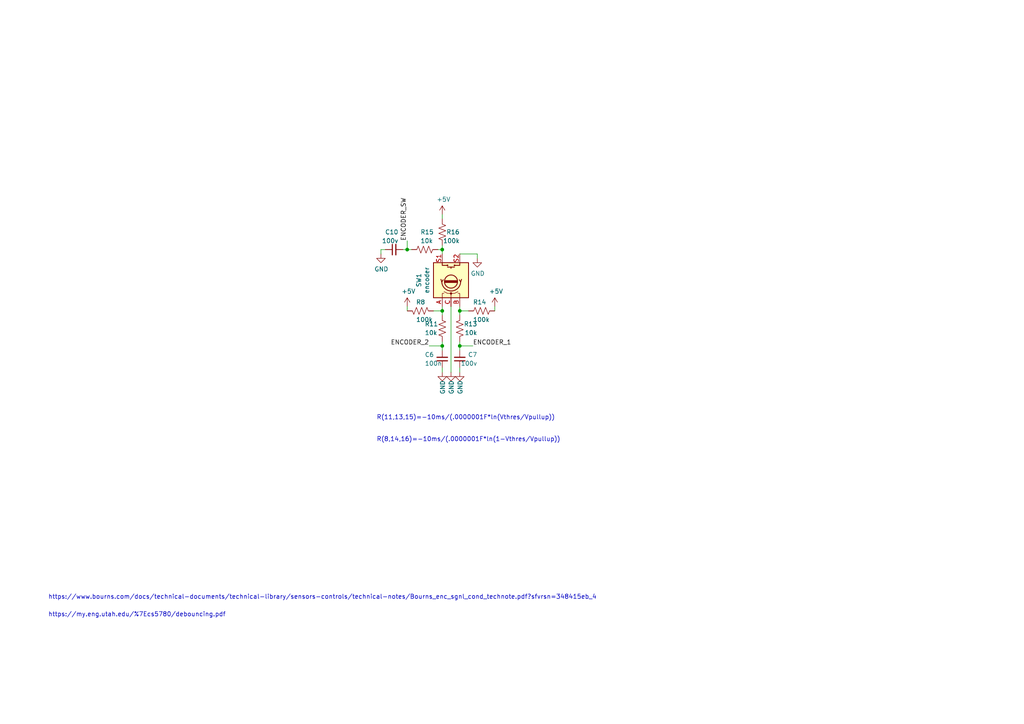
<source format=kicad_sch>
(kicad_sch (version 20230121) (generator eeschema)
  (paper "A4")
  (lib_symbols
    (symbol "Device:C_Small" (pin_numbers hide) (pin_names (offset 0.254) hide)
      (property "Reference" "C" (at 0.254 1.778 0))
      (property "Value" "C_Small" (at 0.254 -2.032 0))
      (symbol "C_Small_0_1"
        (polyline (pts (xy -1.524 -0.508) (xy 1.524 -0.508)) (stroke (width 0.3302)))
        (polyline (pts (xy -1.524 0.508) (xy 1.524 0.508)) (stroke (width 0.3048)))
      )
      (symbol "C_Small_1_1"
        (pin passive line (at 0 2.54 270) (length 2.032) (name "~") (number "1"))
        (pin passive line (at 0 -2.54 90) (length 2.032) (name "~") (number "2"))
      )
    )
    (symbol "Device:R_US" (pin_numbers hide) (pin_names (offset 0))
      (property "Reference" "R" (at 2.54 0 90))
      (property "Value" "R_US" (at -2.54 0 90))
      (symbol "R_US_0_1"
        (polyline (pts (xy 0 -2.286) (xy 0 -2.54)))
        (polyline (pts (xy 0 2.286) (xy 0 2.54)))
        (polyline (pts (xy 0 -0.762) (xy 1.016 -1.143) (xy 0 -1.524) (xy -1.016 -1.905) (xy 0 -2.286)))
        (polyline (pts (xy 0 0.762) (xy 1.016 0.381) (xy 0 0) (xy -1.016 -0.381) (xy 0 -0.762)))
        (polyline (pts (xy 0 2.286) (xy 1.016 1.905) (xy 0 1.524) (xy -1.016 1.143) (xy 0 0.762)))
      )
      (symbol "R_US_1_1"
        (pin passive line (at 0 3.81 270) (length 1.27) (name "~") (number "1"))
        (pin passive line (at 0 -3.81 90) (length 1.27) (name "~") (number "2"))
      )
    )
    (symbol "Function Generator-rescue:Rotary_Encoder_Switch-Device" (pin_names (offset 0.254) hide)
      (property "Reference" "SW" (at 0 6.604 0))
      (property "Value" "Device_Rotary_Encoder_Switch" (at 0 -6.604 0))
      (symbol "Rotary_Encoder_Switch-Device_0_1"
        (rectangle (start -5.08 5.08) (end 5.08 -5.08) (stroke (width 0.254)) (fill (type background)))
        (circle (center -3.81 0) (radius 0.254) (fill (type outline)))
        (circle (center -0.381 0) (radius 1.905) (stroke (width 0.254)))
        (arc (start -0.381 2.667) (mid -3.0988 -0.0635) (end -0.381 -2.794) (stroke (width 0.254)))
        (polyline (pts (xy -0.635 -1.778) (xy -0.635 1.778)) (stroke (width 0.254)))
        (polyline (pts (xy -0.381 -1.778) (xy -0.381 1.778)) (stroke (width 0.254)))
        (polyline (pts (xy -0.127 1.778) (xy -0.127 -1.778)) (stroke (width 0.254)))
        (polyline (pts (xy 3.81 0) (xy 3.429 0)) (stroke (width 0.254)))
        (polyline (pts (xy 3.81 1.016) (xy 3.81 -1.016)) (stroke (width 0.254)))
        (polyline (pts (xy -5.08 -2.54) (xy -3.81 -2.54) (xy -3.81 -2.032)))
        (polyline (pts (xy -5.08 2.54) (xy -3.81 2.54) (xy -3.81 2.032)))
        (polyline (pts (xy 0.254 -3.048) (xy -0.508 -2.794) (xy 0.127 -2.413)) (stroke (width 0.254)))
        (polyline (pts (xy 0.254 2.921) (xy -0.508 2.667) (xy 0.127 2.286)) (stroke (width 0.254)))
        (polyline (pts (xy 5.08 -2.54) (xy 4.318 -2.54) (xy 4.318 -1.016)) (stroke (width 0.254)))
        (polyline (pts (xy 5.08 2.54) (xy 4.318 2.54) (xy 4.318 1.016)) (stroke (width 0.254)))
        (polyline (pts (xy -5.08 0) (xy -3.81 0) (xy -3.81 -1.016) (xy -3.302 -2.032)))
        (polyline (pts (xy -4.318 0) (xy -3.81 0) (xy -3.81 1.016) (xy -3.302 2.032)))
        (circle (center 4.318 -1.016) (radius 0.127) (stroke (width 0.254)))
        (circle (center 4.318 1.016) (radius 0.127) (stroke (width 0.254)))
      )
      (symbol "Rotary_Encoder_Switch-Device_1_1"
        (pin passive line (at -7.62 2.54 0) (length 2.54) (name "A") (number "A"))
        (pin passive line (at -7.62 -2.54 0) (length 2.54) (name "B") (number "B"))
        (pin passive line (at -7.62 0 0) (length 2.54) (name "C") (number "C"))
        (pin passive line (at 7.62 2.54 180) (length 2.54) (name "S1") (number "S1"))
        (pin passive line (at 7.62 -2.54 180) (length 2.54) (name "S2") (number "S2"))
      )
    )
    (symbol "power:+5V" (power) (pin_names (offset 0))
      (property "Value" "+5V" (at 0 3.556 0))
      (symbol "+5V_0_1"
        (polyline (pts (xy -0.762 1.27) (xy 0 2.54)))
        (polyline (pts (xy 0 0) (xy 0 2.54)))
        (polyline (pts (xy 0 2.54) (xy 0.762 1.27)))
      )
      (symbol "+5V_1_1"
        (pin power_in line (at 0 0 90) (length 0) hide (name "+5V") (number "1"))
      )
    )
    (symbol "power:GND" (power) (pin_names (offset 0))
      (property "Value" "GND" (at 0 -3.81 0))
      (symbol "GND_0_1"
        (polyline (pts (xy 0 0) (xy 0 -1.27) (xy 1.27 -1.27) (xy 0 -2.54) (xy -1.27 -1.27) (xy 0 -1.27)))
      )
      (symbol "GND_1_1"
        (pin power_in line (at 0 0 270) (length 0) hide (name "GND") (number "1"))
      )
    )
  )
  (junction (at 128.27 90.17))
  (junction (at 128.27 100.33))
  (junction (at 128.27 72.39))
  (junction (at 133.35 100.33))
  (junction (at 133.35 90.17))
  (junction (at 118.11 72.39))
  (wire (pts (xy 118.11 88.9) (xy 118.11 90.17)))
  (wire (pts (xy 128.27 99.06) (xy 128.27 100.33)))
  (wire (pts (xy 118.11 72.39) (xy 118.11 69.85)))
  (wire (pts (xy 128.27 100.33) (xy 128.27 101.6)))
  (wire (pts (xy 133.35 100.33) (xy 133.35 101.6)))
  (wire (pts (xy 110.49 72.39) (xy 111.76 72.39)))
  (wire (pts (xy 128.27 100.33) (xy 124.46 100.33)))
  (wire (pts (xy 133.35 88.9) (xy 133.35 90.17)))
  (wire (pts (xy 128.27 90.17) (xy 128.27 88.9)))
  (wire (pts (xy 138.43 74.93) (xy 138.43 73.66)))
  (wire (pts (xy 133.35 107.95) (xy 133.35 106.68)))
  (wire (pts (xy 133.35 73.66) (xy 138.43 73.66)))
  (wire (pts (xy 133.35 100.33) (xy 137.16 100.33)))
  (wire (pts (xy 110.49 73.66) (xy 110.49 72.39)))
  (wire (pts (xy 130.81 88.9) (xy 130.81 107.95)))
  (wire (pts (xy 143.51 90.17) (xy 143.51 88.9)))
  (wire (pts (xy 127 72.39) (xy 128.27 72.39)))
  (wire (pts (xy 133.35 90.17) (xy 133.35 91.44)))
  (wire (pts (xy 133.35 90.17) (xy 135.89 90.17)))
  (wire (pts (xy 128.27 107.95) (xy 128.27 106.68)))
  (wire (pts (xy 133.35 99.06) (xy 133.35 100.33)))
  (wire (pts (xy 128.27 62.23) (xy 128.27 63.5)))
  (wire (pts (xy 128.27 73.66) (xy 128.27 72.39)))
  (wire (pts (xy 118.11 72.39) (xy 116.84 72.39)))
  (wire (pts (xy 119.38 72.39) (xy 118.11 72.39)))
  (wire (pts (xy 128.27 90.17) (xy 128.27 91.44)))
  (wire (pts (xy 125.73 90.17) (xy 128.27 90.17)))
  (wire (pts (xy 128.27 72.39) (xy 128.27 71.12)))
  (text "https://www.bourns.com/docs/technical-documents/technical-library/sensors-controls/technical-notes/Bourns_enc_sgnl_cond_technote.pdf?sfvrsn=348415eb_4" (at 13.97 173.99 0) (effects (font (size 1.27 1.27)) (justify left bottom)))
  (text "R(11,13,15)=-10ms/(.0000001F*ln(Vthres/Vpullup))" (at 109.22 121.92 0) (effects (font (size 1.27 1.27)) (justify left bottom)))
  (text "https://my.eng.utah.edu/%7Ecs5780/debouncing.pdf" (at 13.97 179.07 0) (effects (font (size 1.27 1.27)) (justify left bottom)))
  (text "R(8,14,16)=-10ms/(.0000001F*ln(1-Vthres/Vpullup))" (at 109.22 128.27 0) (effects (font (size 1.27 1.27)) (justify left bottom)))
  (label "ENCODER_2" (at 124.46 100.33 180))
  (label "ENCODER_1" (at 137.16 100.33 0))
  (label "ENCODER_SW" (at 118.11 69.85 90))
  (symbol (lib_id "Function Generator-rescue:Rotary_Encoder_Switch-Device") (at 130.81 81.28 90) (unit 1)
    (property "Reference" "SW1" (at 121.4882 81.28 0))
    (property "Value" "encoder" (at 123.7996 81.28 0))
  )
  (symbol (lib_id "power:GND") (at 130.81 107.95 0) (unit 1)
    (property "Reference" "#PWR020" (effects hide))
    (property "Value" "GND" (at 130.937 112.3442 90))
  )
  (symbol (lib_id "power:GND") (at 133.35 107.95 0) (unit 1)
    (property "Reference" "#PWR021" (effects hide))
    (property "Value" "GND" (at 133.477 112.3442 90))
  )
  (symbol (lib_id "Device:C_Small") (at 128.27 104.14 0) (mirror x) (unit 1)
    (property "Reference" "C6" (at 123.19 102.87 0) (effects (justify left)))
    (property "Value" "100n" (at 123.19 105.41 0) (effects (justify left)))
  )
  (symbol (lib_id "Device:C_Small") (at 133.35 104.14 180) (unit 1)
    (property "Reference" "C7" (at 138.43 102.87 0) (effects (justify left)))
    (property "Value" "100v" (at 138.43 105.41 0) (effects (justify left)))
  )
  (symbol (lib_id "Device:R_US") (at 128.27 95.25 0) (unit 1)
    (property "Reference" "R11" (at 123.19 93.98 0) (effects (justify left)))
    (property "Value" "10k" (at 123.19 96.52 0) (effects (justify left)))
  )
  (symbol (lib_id "Device:R_US") (at 139.7 90.17 270) (unit 1)
    (property "Reference" "R14" (at 137.16 87.63 90) (effects (justify left)))
    (property "Value" "100k" (at 137.16 92.71 90) (effects (justify left)))
  )
  (symbol (lib_id "Device:R_US") (at 121.92 90.17 270) (mirror x) (unit 1)
    (property "Reference" "R8" (at 120.65 87.63 90) (effects (justify left)))
    (property "Value" "100k" (at 120.65 92.71 90) (effects (justify left)))
  )
  (symbol (lib_id "power:GND") (at 128.27 107.95 0) (unit 1)
    (property "Reference" "#PWR017" (effects hide))
    (property "Value" "GND" (at 128.397 112.3442 90))
  )
  (symbol (lib_id "power:+5V") (at 118.11 88.9 0) (unit 1)
    (property "Reference" "#PWR011" (effects hide))
    (property "Value" "+5V" (at 118.491 84.5058 0))
  )
  (symbol (lib_id "power:+5V") (at 143.51 88.9 0) (unit 1)
    (property "Reference" "#PWR027" (effects hide))
    (property "Value" "+5V" (at 143.891 84.5058 0))
  )
  (symbol (lib_id "power:GND") (at 138.43 74.93 0) (unit 1)
    (property "Reference" "#PWR026" (effects hide))
    (property "Value" "GND" (at 138.557 79.3242 0))
  )
  (symbol (lib_id "Device:R_US") (at 133.35 95.25 0) (mirror y) (unit 1)
    (property "Reference" "R13" (at 138.43 93.98 0) (effects (justify left)))
    (property "Value" "10k" (at 138.43 96.52 0) (effects (justify left)))
  )
  (symbol (lib_id "Device:R_US") (at 128.27 67.31 180) (unit 1)
    (property "Reference" "R16" (at 133.35 67.31 0) (effects (justify left)))
    (property "Value" "100k" (at 133.35 69.85 0) (effects (justify left)))
  )
  (symbol (lib_id "Device:R_US") (at 123.19 72.39 270) (unit 1)
    (property "Reference" "R15" (at 121.92 67.31 90) (effects (justify left)))
    (property "Value" "10k" (at 121.92 69.85 90) (effects (justify left)))
  )
  (symbol (lib_id "Device:C_Small") (at 114.3 72.39 90) (mirror x) (unit 1)
    (property "Reference" "C10" (at 115.57 67.31 90) (effects (justify left)))
    (property "Value" "100v" (at 115.57 69.85 90) (effects (justify left)))
  )
  (symbol (lib_id "power:GND") (at 110.49 73.66 0) (unit 1)
    (property "Reference" "#PWR032" (effects hide))
    (property "Value" "GND" (at 110.617 78.0542 0))
  )
  (symbol (lib_id "power:+5V") (at 128.27 62.23 0) (unit 1)
    (property "Reference" "#PWR033" (effects hide))
    (property "Value" "+5V" (at 128.651 57.8358 0))
  )
)
</source>
